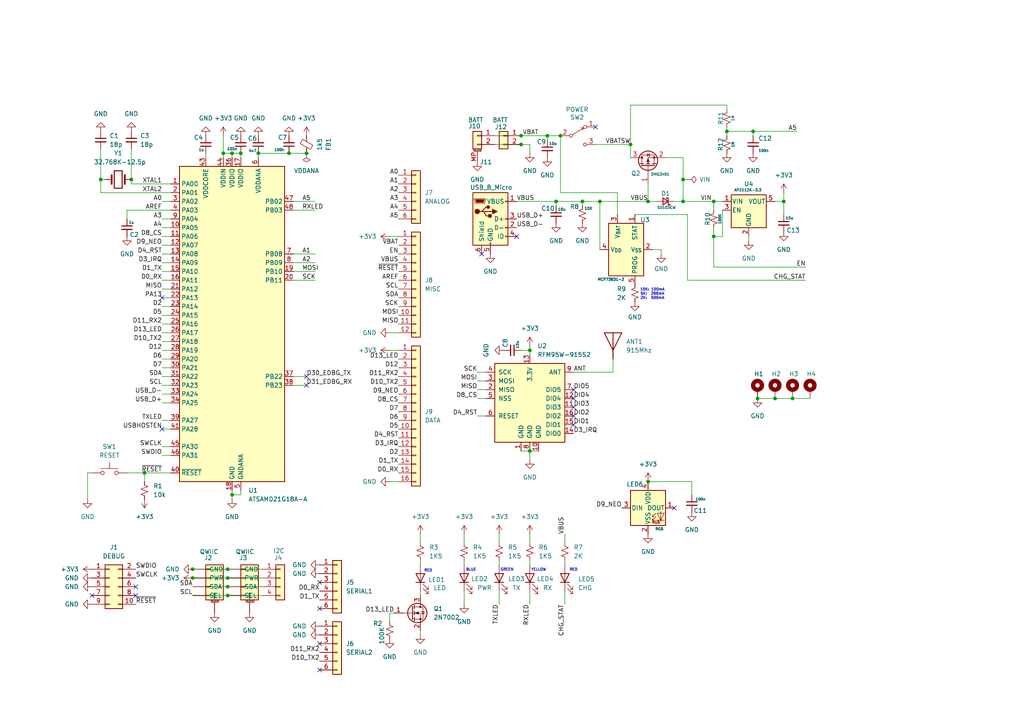
<source format=kicad_sch>
(kicad_sch (version 20231120) (generator "eeschema") (generator_version "8.0")
  (paper "A4")
  (title_block (title "Bicep - ARM development board") (date "2024-06-19") (rev "v1.0") (company "Rudy Albachten"))
  (lib_symbols
    (symbol "Battery_Management:MCP73831-2-OT"
      (property "Reference" "U" (at -7.62 6.35 0))
      (property "Value" "MCP73831-2-OT" (at 1.27 6.35 0))
      (symbol "MCP73831-2-OT_1_1"
        (pin tri_state line (at 10.16 -2.54 180) (length 2.54) (name "STAT") (number "1"))
        (pin power_in line (at 0 -7.62 90) (length 2.54) (name "V_{SS}") (number "2"))
        (pin power_out line (at 10.16 2.54 180) (length 2.54) (name "V_{BAT}") (number "3"))
        (pin power_in line (at 0 7.62 270) (length 2.54) (name "V_{DD}") (number "4"))
        (pin input line (at -10.16 -2.54 0) (length 2.54) (name "PROG") (number "5"))
      )
    )
    (symbol "Connector_Generic:Conn_01x02" (pin_names (offset 1.016) hide)
      (property "Reference" "J" (at 0 2.54 0))
      (property "Value" "Conn_01x02" (at 0 -5.08 0))
      (symbol "Conn_01x02_1_1"
        (pin passive line (at -5.08 0 0) (length 3.81) (name "Pin_1") (number "1"))
        (pin passive line (at -5.08 -2.54 0) (length 3.81) (name "Pin_2") (number "2"))
      )
    )
    (symbol "Connector_Generic:Conn_01x04" (pin_names (offset 1.016) hide)
      (property "Reference" "J" (at 0 5.08 0))
      (property "Value" "Conn_01x04" (at 0 -7.62 0))
      (symbol "Conn_01x04_1_1"
        (pin passive line (at -5.08 2.54 0) (length 3.81) (name "Pin_1") (number "1"))
        (pin passive line (at -5.08 0 0) (length 3.81) (name "Pin_2") (number "2"))
        (pin passive line (at -5.08 -2.54 0) (length 3.81) (name "Pin_3") (number "3"))
        (pin passive line (at -5.08 -5.08 0) (length 3.81) (name "Pin_4") (number "4"))
      )
    )
    (symbol "Connector_Generic:Conn_01x06" (pin_names (offset 1.016) hide)
      (property "Reference" "J" (at 0 7.62 0))
      (property "Value" "Conn_01x06" (at 0 -10.16 0))
      (symbol "Conn_01x06_1_1"
        (pin passive line (at -5.08 5.08 0) (length 3.81) (name "Pin_1") (number "1"))
        (pin passive line (at -5.08 2.54 0) (length 3.81) (name "Pin_2") (number "2"))
        (pin passive line (at -5.08 0 0) (length 3.81) (name "Pin_3") (number "3"))
        (pin passive line (at -5.08 -2.54 0) (length 3.81) (name "Pin_4") (number "4"))
        (pin passive line (at -5.08 -5.08 0) (length 3.81) (name "Pin_5") (number "5"))
        (pin passive line (at -5.08 -7.62 0) (length 3.81) (name "Pin_6") (number "6"))
      )
    )
    (symbol "Connector_Generic:Conn_01x12" (pin_names (offset 1.016) hide)
      (property "Reference" "J" (at 0 15.24 0))
      (property "Value" "Conn_01x12" (at 0 -17.78 0))
      (symbol "Conn_01x12_1_1"
        (pin passive line (at -5.08 12.7 0) (length 3.81) (name "Pin_1") (number "1"))
        (pin passive line (at -5.08 -10.16 0) (length 3.81) (name "Pin_10") (number "10"))
        (pin passive line (at -5.08 -12.7 0) (length 3.81) (name "Pin_11") (number "11"))
        (pin passive line (at -5.08 -15.24 0) (length 3.81) (name "Pin_12") (number "12"))
        (pin passive line (at -5.08 10.16 0) (length 3.81) (name "Pin_2") (number "2"))
        (pin passive line (at -5.08 7.62 0) (length 3.81) (name "Pin_3") (number "3"))
        (pin passive line (at -5.08 5.08 0) (length 3.81) (name "Pin_4") (number "4"))
        (pin passive line (at -5.08 2.54 0) (length 3.81) (name "Pin_5") (number "5"))
        (pin passive line (at -5.08 0 0) (length 3.81) (name "Pin_6") (number "6"))
        (pin passive line (at -5.08 -2.54 0) (length 3.81) (name "Pin_7") (number "7"))
        (pin passive line (at -5.08 -5.08 0) (length 3.81) (name "Pin_8") (number "8"))
        (pin passive line (at -5.08 -7.62 0) (length 3.81) (name "Pin_9") (number "9"))
      )
    )
    (symbol "Connector_Generic:Conn_01x16" (pin_names (offset 1.016) hide)
      (property "Reference" "J" (at 0 20.32 0))
      (property "Value" "Conn_01x16" (at 0 -22.86 0))
      (symbol "Conn_01x16_1_1"
        (pin passive line (at -5.08 17.78 0) (length 3.81) (name "Pin_1") (number "1"))
        (pin passive line (at -5.08 -5.08 0) (length 3.81) (name "Pin_10") (number "10"))
        (pin passive line (at -5.08 -7.62 0) (length 3.81) (name "Pin_11") (number "11"))
        (pin passive line (at -5.08 -10.16 0) (length 3.81) (name "Pin_12") (number "12"))
        (pin passive line (at -5.08 -12.7 0) (length 3.81) (name "Pin_13") (number "13"))
        (pin passive line (at -5.08 -15.24 0) (length 3.81) (name "Pin_14") (number "14"))
        (pin passive line (at -5.08 -17.78 0) (length 3.81) (name "Pin_15") (number "15"))
        (pin passive line (at -5.08 -20.32 0) (length 3.81) (name "Pin_16") (number "16"))
        (pin passive line (at -5.08 15.24 0) (length 3.81) (name "Pin_2") (number "2"))
        (pin passive line (at -5.08 12.7 0) (length 3.81) (name "Pin_3") (number "3"))
        (pin passive line (at -5.08 10.16 0) (length 3.81) (name "Pin_4") (number "4"))
        (pin passive line (at -5.08 7.62 0) (length 3.81) (name "Pin_5") (number "5"))
        (pin passive line (at -5.08 5.08 0) (length 3.81) (name "Pin_6") (number "6"))
        (pin passive line (at -5.08 2.54 0) (length 3.81) (name "Pin_7") (number "7"))
        (pin passive line (at -5.08 0 0) (length 3.81) (name "Pin_8") (number "8"))
        (pin passive line (at -5.08 -2.54 0) (length 3.81) (name "Pin_9") (number "9"))
      )
    )
    (symbol "Connector_Generic:Conn_02x05_Odd_Even" (pin_names (offset 1.016) hide)
      (property "Reference" "J" (at 1.27 7.62 0))
      (property "Value" "Conn_02x05_Odd_Even" (at 1.27 -7.62 0))
      (symbol "Conn_02x05_Odd_Even_1_1"
        (pin passive line (at -5.08 5.08 0) (length 3.81) (name "Pin_1") (number "1"))
        (pin passive line (at 7.62 -5.08 180) (length 3.81) (name "Pin_10") (number "10"))
        (pin passive line (at 7.62 5.08 180) (length 3.81) (name "Pin_2") (number "2"))
        (pin passive line (at -5.08 2.54 0) (length 3.81) (name "Pin_3") (number "3"))
        (pin passive line (at 7.62 2.54 180) (length 3.81) (name "Pin_4") (number "4"))
        (pin passive line (at -5.08 0 0) (length 3.81) (name "Pin_5") (number "5"))
        (pin passive line (at 7.62 0 180) (length 3.81) (name "Pin_6") (number "6"))
        (pin passive line (at -5.08 -2.54 0) (length 3.81) (name "Pin_7") (number "7"))
        (pin passive line (at 7.62 -2.54 180) (length 3.81) (name "Pin_8") (number "8"))
        (pin passive line (at -5.08 -5.08 0) (length 3.81) (name "Pin_9") (number "9"))
      )
    )
    (symbol "Device:C_Small" (pin_numbers hide) (pin_names (offset 0.254) hide)
      (property "Reference" "C" (at 0.254 1.778 0))
      (property "Value" "C_Small" (at 0.254 -2.032 0))
      (symbol "C_Small_1_1"
        (pin passive line (at 0 2.54 270) (length 2.032) (name "~") (number "1"))
        (pin passive line (at 0 -2.54 90) (length 2.032) (name "~") (number "2"))
      )
    )
    (symbol "Device:D_Schottky_Small" (pin_numbers hide) (pin_names (offset 0.254) hide)
      (property "Reference" "D" (at -1.27 2.032 0))
      (property "Value" "D_Schottky_Small" (at -7.112 -2.032 0))
      (symbol "D_Schottky_Small_1_1"
        (pin passive line (at -2.54 0 0) (length 1.778) (name "K") (number "1"))
        (pin passive line (at 2.54 0 180) (length 1.778) (name "A") (number "2"))
      )
    )
    (symbol "Device:FerriteBead_Small" (pin_numbers hide) (pin_names (offset 0))
      (property "Reference" "FB" (at 1.905 1.27 0))
      (property "Value" "FerriteBead_Small" (at 1.905 -1.27 0))
      (symbol "FerriteBead_Small_1_1"
        (pin passive line (at 0 2.54 270) (length 1.27) (name "~") (number "1"))
        (pin passive line (at 0 -2.54 90) (length 1.27) (name "~") (number "2"))
      )
    )
    (symbol "Device:LED" (pin_numbers hide) (pin_names (offset 1.016) hide)
      (property "Reference" "D" (at 0 2.54 0))
      (property "Value" "LED" (at 0 -2.54 0))
      (symbol "LED_1_1"
        (pin passive line (at -3.81 0 0) (length 2.54) (name "K") (number "1"))
        (pin passive line (at 3.81 0 180) (length 2.54) (name "A") (number "2"))
      )
    )
    (symbol "Device:R_Small_US" (pin_numbers hide) (pin_names (offset 0.254) hide)
      (property "Reference" "R" (at 0.762 0.508 0))
      (property "Value" "R_Small_US" (at 0.762 -1.016 0))
      (symbol "R_Small_US_1_1"
        (pin passive line (at 0 2.54 270) (length 1.016) (name "~") (number "1"))
        (pin passive line (at 0 -2.54 90) (length 1.016) (name "~") (number "2"))
      )
    )
    (symbol "MCU_Microchip_SAMD:ATSAMD21G18A-A"
      (property "Reference" "U" (at -13.97 46.99 0))
      (property "Value" "ATSAMD21G18A-A" (at 16.51 46.99 0))
      (symbol "ATSAMD21G18A-A_1_1"
        (pin bidirectional line (at -17.78 40.64 0) (length 2.54) (name "PA00") (number "1"))
        (pin bidirectional line (at -17.78 27.94 0) (length 2.54) (name "PA05") (number "10"))
        (pin bidirectional line (at -17.78 25.4 0) (length 2.54) (name "PA06") (number "11"))
        (pin bidirectional line (at -17.78 22.86 0) (length 2.54) (name "PA07") (number "12"))
        (pin bidirectional line (at -17.78 20.32 0) (length 2.54) (name "PA08") (number "13"))
        (pin bidirectional line (at -17.78 17.78 0) (length 2.54) (name "PA09") (number "14"))
        (pin bidirectional line (at -17.78 15.24 0) (length 2.54) (name "PA10") (number "15"))
        (pin bidirectional line (at -17.78 12.7 0) (length 2.54) (name "PA11") (number "16"))
        (pin power_in line (at 2.54 48.26 270) (length 2.54) (name "VDDIO") (number "17"))
        (pin power_in line (at 0 -48.26 90) (length 2.54) (name "GND") (number "18"))
        (pin bidirectional line (at 17.78 15.24 180) (length 2.54) (name "PB10") (number "19"))
        (pin bidirectional line (at -17.78 38.1 0) (length 2.54) (name "PA01") (number "2"))
        (pin bidirectional line (at 17.78 12.7 180) (length 2.54) (name "PB11") (number "20"))
        (pin bidirectional line (at -17.78 10.16 0) (length 2.54) (name "PA12") (number "21"))
        (pin bidirectional line (at -17.78 7.62 0) (length 2.54) (name "PA13") (number "22"))
        (pin bidirectional line (at -17.78 5.08 0) (length 2.54) (name "PA14") (number "23"))
        (pin bidirectional line (at -17.78 2.54 0) (length 2.54) (name "PA15") (number "24"))
        (pin bidirectional line (at -17.78 0 0) (length 2.54) (name "PA16") (number "25"))
        (pin bidirectional line (at -17.78 -2.54 0) (length 2.54) (name "PA17") (number "26"))
        (pin bidirectional line (at -17.78 -5.08 0) (length 2.54) (name "PA18") (number "27"))
        (pin bidirectional line (at -17.78 -7.62 0) (length 2.54) (name "PA19") (number "28"))
        (pin bidirectional line (at -17.78 -10.16 0) (length 2.54) (name "PA20") (number "29"))
        (pin bidirectional line (at -17.78 35.56 0) (length 2.54) (name "PA02") (number "3"))
        (pin bidirectional line (at -17.78 -12.7 0) (length 2.54) (name "PA21") (number "30"))
        (pin bidirectional line (at -17.78 -15.24 0) (length 2.54) (name "PA22") (number "31"))
        (pin bidirectional line (at -17.78 -17.78 0) (length 2.54) (name "PA23") (number "32"))
        (pin bidirectional line (at -17.78 -20.32 0) (length 2.54) (name "PA24") (number "33"))
        (pin bidirectional line (at -17.78 -22.86 0) (length 2.54) (name "PA25") (number "34"))
        (pin passive line (at 0 -48.26 90) (length 2.54) hide (name "GND") (number "35"))
        (pin power_in line (at 0 48.26 270) (length 2.54) (name "VDDIO") (number "36"))
        (pin bidirectional line (at 17.78 -15.24 180) (length 2.54) (name "PB22") (number "37"))
        (pin bidirectional line (at 17.78 -17.78 180) (length 2.54) (name "PB23") (number "38"))
        (pin bidirectional line (at -17.78 -27.94 0) (length 2.54) (name "PA27") (number "39"))
        (pin bidirectional line (at -17.78 33.02 0) (length 2.54) (name "PA03") (number "4"))
        (pin input line (at -17.78 -43.18 0) (length 2.54) (name "~{RESET}") (number "40"))
        (pin bidirectional line (at -17.78 -30.48 0) (length 2.54) (name "PA28") (number "41"))
        (pin passive line (at 0 -48.26 90) (length 2.54) hide (name "GND") (number "42"))
        (pin power_out line (at -7.62 48.26 270) (length 2.54) (name "VDDCORE") (number "43"))
        (pin power_in line (at -2.54 48.26 270) (length 2.54) (name "VDDIN") (number "44"))
        (pin bidirectional line (at -17.78 -35.56 0) (length 2.54) (name "PA30") (number "45"))
        (pin bidirectional line (at -17.78 -38.1 0) (length 2.54) (name "PA31") (number "46"))
        (pin bidirectional line (at 17.78 35.56 180) (length 2.54) (name "PB02") (number "47"))
        (pin bidirectional line (at 17.78 33.02 180) (length 2.54) (name "PB03") (number "48"))
        (pin power_in line (at 2.54 -48.26 90) (length 2.54) (name "GNDANA") (number "5"))
        (pin power_in line (at 7.62 48.26 270) (length 2.54) (name "VDDANA") (number "6"))
        (pin bidirectional line (at 17.78 20.32 180) (length 2.54) (name "PB08") (number "7"))
        (pin bidirectional line (at 17.78 17.78 180) (length 2.54) (name "PB09") (number "8"))
        (pin bidirectional line (at -17.78 30.48 0) (length 2.54) (name "PA04") (number "9"))
      )
    )
    (symbol "Mechanical:MountingHole_Pad" (pin_numbers hide) (pin_names (offset 1.016) hide) (exclude_from_sim yes) (in_bom no)
      (property "Reference" "H" (at 0 6.35 0))
      (property "Value" "MountingHole_Pad" (at 0 4.445 0))
      (symbol "MountingHole_Pad_1_1"
        (pin input line (at 0 -2.54 90) (length 2.54) (name "1") (number "1"))
      )
    )
    (symbol "MyLib:Antenna915MhzPCBCoil" (pin_numbers hide) (pin_names (offset 1.016) hide)
      (property "Reference" "ANT" (at 0.0348 5.5918 0))
      (property "Value" "915Mhz" (at 3.81 3.81 0))
      (symbol "Antenna915MhzPCBCoil_1_1"
        (pin input line (at 0 -5.08 90) (length 2.54) (name "A") (number "1"))
      )
    )
    (symbol "MyLib:Crystal_SMD_G8" (pin_numbers hide) (pin_names (offset 1.016) hide)
      (property "Reference" "Y" (at 0 3.81 0))
      (property "Value" "Crystal_SMD_G8" (at 0 -3.81 0))
      (symbol "Crystal_SMD_G8_1_1"
        (pin passive line (at -3.81 0 0) (length 1.27) (name "1") (number "1"))
        (pin passive line (at 3.81 0 180) (length 1.27) (name "2") (number "2"))
      )
    )
    (symbol "MyLib:EG1218_SPDT_Slide_Switch" (pin_names (offset 0) hide)
      (property "Reference" "SW" (at 0 5.08 0))
      (property "Value" "EG1218_SPDT_Slide_Switch" (at 0 -5.08 0))
      (symbol "EG1218_SPDT_Slide_Switch_1_1"
        (pin passive line (at 5.08 2.54 180) (length 2.54) (name "A") (number "1"))
        (pin passive line (at -5.08 0 0) (length 2.54) (name "B") (number "2"))
        (pin passive line (at 5.08 -2.54 180) (length 2.54) (name "C") (number "3"))
      )
    )
    (symbol "MyLib:JST_PH_S2B-PH-SM4-TB" (pin_names (offset 1.016) hide)
      (property "Reference" "J" (at 0 2.54 0))
      (property "Value" "JST_PH_S2B-PH-SM4-TB" (at 1.27 -5.08 0))
      (symbol "JST_PH_S2B-PH-SM4-TB_1_1"
        (text "Mounting" (at 0 -4.191 0) (effects (font (size 0.381 0.381))))
        (pin passive line (at -5.08 0 0) (length 3.81) (name "Pin_1") (number "1"))
        (pin passive line (at -5.08 -2.54 0) (length 3.81) (name "Pin_2") (number "2"))
        (pin passive line (at 0 -7.62 90) (length 3.048) (name "MountPin") (number "MP"))
      )
    )
    (symbol "MyLib:QWIIC" (pin_numbers hide) (pin_names (offset 1.016))
      (property "Reference" "J" (at 0 5.08 0))
      (property "Value" "QWIIC" (at 1.27 -7.62 0))
      (symbol "QWIIC_1_1"
        (text "Mounting" (at 1.3691 -6.7039 0) (effects (font (size 0.381 0.381))))
        (pin passive line (at -5.08 2.54 0) (length 3.81) (name "GND") (number "1"))
        (pin passive line (at -5.08 0 0) (length 3.81) (name "PWR") (number "2"))
        (pin passive line (at -5.08 -2.54 0) (length 3.81) (name "SDA") (number "3"))
        (pin passive line (at -5.08 -5.08 0) (length 3.81) (name "SCL") (number "4"))
        (pin passive line (at 1.27 -10.16 90) (length 3.048) (name "MountPin") (number "MP"))
      )
    )
    (symbol "MyLib:RFM95CW" (pin_names (offset 1.016))
      (property "Reference" "U" (at -10.414 11.684 0))
      (property "Value" "RFM95CW" (at 1.524 11.43 0))
      (symbol "RFM95CW_1_1"
        (pin power_in line (at -2.54 -15.24 90) (length 2.54) (name "GND") (number "1"))
        (pin power_in line (at 2.54 -15.24 90) (length 2.54) (name "GND") (number "10"))
        (pin bidirectional line (at 12.7 -2.54 180) (length 2.54) (name "DIO3") (number "11"))
        (pin bidirectional line (at 12.7 0 180) (length 2.54) (name "DIO4") (number "12"))
        (pin power_in line (at 0 12.7 270) (length 2.54) (name "3.3V") (number "13"))
        (pin bidirectional line (at 12.7 -10.16 180) (length 2.54) (name "DIO0") (number "14"))
        (pin bidirectional line (at 12.7 -7.62 180) (length 2.54) (name "DIO1") (number "15"))
        (pin bidirectional line (at 12.7 -5.08 180) (length 2.54) (name "DIO2") (number "16"))
        (pin output line (at -12.7 2.54 0) (length 2.54) (name "MISO") (number "2"))
        (pin input line (at -12.7 5.08 0) (length 2.54) (name "MOSI") (number "3"))
        (pin input line (at -12.7 7.62 0) (length 2.54) (name "SCK") (number "4"))
        (pin input line (at -12.7 0 0) (length 2.54) (name "NSS") (number "5"))
        (pin bidirectional line (at -12.7 -5.08 0) (length 2.54) (name "RESET") (number "6"))
        (pin bidirectional line (at 12.7 2.54 180) (length 2.54) (name "DIO5") (number "7"))
        (pin power_in line (at 0 -15.24 90) (length 2.54) (name "GND") (number "8"))
        (pin bidirectional line (at 12.7 7.62 180) (length 2.54) (name "ANT") (number "9"))
      )
    )
    (symbol "MyLib:TL3305B_SPST_PushButton" (pin_numbers hide) (pin_names (offset 1.016) hide)
      (property "Reference" "SW" (at 1.27 2.54 0))
      (property "Value" "TL3305B_SPST_PushButton" (at 1.27 -6.35 0))
      (symbol "TL3305B_SPST_PushButton_0_1"
        (pin passive line (at -5.08 0 0) (length 2.54) (name "1") (number "1"))
        (pin passive line (at 5.08 0 180) (length 2.54) (name "2") (number "2"))
      )
    )
    (symbol "MyLib:USB_B_Micro_10118194" (pin_names (offset 1.016))
      (property "Reference" "J" (at -5.08 11.43 0))
      (property "Value" "USB_B_Micro" (at -5.08 8.89 0))
      (symbol "USB_B_Micro_10118194_1_1"
        (pin power_out line (at 7.62 5.08 180) (length 2.54) (name "VBUS") (number "1"))
        (pin bidirectional line (at 7.62 -2.54 180) (length 2.54) (name "D-") (number "2"))
        (pin bidirectional line (at 7.62 0 180) (length 2.54) (name "D+") (number "3"))
        (pin passive line (at 7.62 -5.08 180) (length 2.54) (name "ID") (number "4"))
        (pin power_out line (at 0 -10.16 90) (length 2.54) (name "GND") (number "5"))
        (pin passive line (at -2.54 -10.16 90) (length 2.54) (name "Shield") (number "6"))
      )
    )
    (symbol "MyLib:neopixel_WS2812B" (pin_names (offset 0.254))
      (property "Reference" "D" (at 5.08 5.715 0))
      (property "Value" "neopixel_WS2812B" (at 1.27 -5.715 0))
      (symbol "neopixel_WS2812B_0_0"
        (text "RGB" (at 2.286 -4.191 0) (effects (font (size 0.762 0.762))))
      )
      (symbol "neopixel_WS2812B_1_1"
        (pin output line (at 7.62 0 180) (length 2.54) (name "DOUT") (number "1"))
        (pin power_in line (at 0 -7.62 90) (length 2.54) (name "VSS") (number "2"))
        (pin input line (at -7.62 0 0) (length 2.54) (name "DIN") (number "3"))
        (pin power_in line (at 0 7.62 270) (length 2.54) (name "VDD") (number "4"))
      )
    )
    (symbol "Regulator_Linear:AP2112K-3.3" (pin_names (offset 0.254))
      (property "Reference" "U" (at -5.08 5.715 0))
      (property "Value" "AP2112K-3.3" (at 0 5.715 0))
      (symbol "AP2112K-3.3_1_1"
        (pin power_in line (at -7.62 2.54 0) (length 2.54) (name "VIN") (number "1"))
        (pin power_in line (at 0 -7.62 90) (length 2.54) (name "GND") (number "2"))
        (pin input line (at -7.62 0 0) (length 2.54) (name "EN") (number "3"))
        (pin no_connect line (at 5.08 0 180) (length 2.54) hide (name "NC") (number "4"))
        (pin power_out line (at 7.62 2.54 180) (length 2.54) (name "VOUT") (number "5"))
      )
    )
    (symbol "Transistor_FET:2N7002" (pin_names hide)
      (property "Reference" "Q" (at 5.08 1.905 0))
      (property "Value" "2N7002" (at 5.08 0 0))
      (symbol "2N7002_1_1"
        (pin input line (at -5.08 0 0) (length 2.54) (name "G") (number "1"))
        (pin passive line (at 2.54 -5.08 90) (length 2.54) (name "S") (number "2"))
        (pin passive line (at 2.54 5.08 270) (length 2.54) (name "D") (number "3"))
      )
    )
    (symbol "Transistor_FET:DMG2301L" (pin_names hide)
      (property "Reference" "Q" (at 5.08 1.905 0))
      (property "Value" "DMG2301L" (at 5.08 0 0))
      (symbol "DMG2301L_1_1"
        (pin input line (at -5.08 0 0) (length 2.54) (name "G") (number "1"))
        (pin passive line (at 2.54 -5.08 90) (length 2.54) (name "S") (number "2"))
        (pin passive line (at 2.54 5.08 270) (length 2.54) (name "D") (number "3"))
      )
    )
    (symbol "power:+3V3" (power) (pin_numbers hide) (pin_names (offset 0) hide)
      (property "Value" "+3V3" (at 0 3.556 0))
      (symbol "+3V3_1_1"
        (pin power_in line (at 0 0 90) (length 0) (name "~") (number "1"))
      )
    )
    (symbol "power:GND" (power) (pin_numbers hide) (pin_names (offset 0) hide)
      (property "Value" "GND" (at 0 -3.81 0))
      (symbol "GND_1_1"
        (pin power_in line (at 0 0 270) (length 0) (name "~") (number "1"))
      )
    )
    (symbol "power:PWR_FLAG" (power) (pin_numbers hide) (pin_names (offset 0) hide)
      (property "Value" "PWR_FLAG" (at 0 3.81 0))
      (symbol "PWR_FLAG_0_0"
        (pin power_out line (at 0 0 90) (length 0) (name "~") (number "1"))
      )
    )
  )
  (junction (at 66.04 165.1))
  (junction (at 55.88 167.64))
  (junction (at 153.67 130.81))
  (junction (at 66.04 170.18))
  (junction (at 218.44 38.1))
  (junction (at 162.56 39.37))
  (junction (at 41.91 137.16))
  (junction (at 88.9 44.45))
  (junction (at 161.29 58.42))
  (junction (at 207.01 68.58))
  (junction (at 83.82 44.45))
  (junction (at 74.93 44.45))
  (junction (at 55.88 165.1))
  (junction (at 219.71 115.57))
  (junction (at 158.75 39.37))
  (junction (at 224.79 115.57))
  (junction (at 227.33 58.42))
  (junction (at 207.01 58.42))
  (junction (at 187.96 58.42))
  (junction (at 66.04 172.72))
  (junction (at 69.85 44.45))
  (junction (at 153.67 101.6))
  (junction (at 198.12 58.42))
  (junction (at 229.87 115.57))
  (junction (at 29.21 52.07))
  (junction (at 173.99 58.42))
  (junction (at 67.31 143.51))
  (junction (at 151.13 41.91))
  (junction (at 151.13 39.37))
  (junction (at 67.31 44.45))
  (junction (at 187.96 139.7))
  (junction (at 64.77 44.45))
  (junction (at 210.82 38.1))
  (junction (at 66.04 167.64))
  (junction (at 182.88 41.91))
  (junction (at 168.91 58.42))
  (junction (at 198.12 52.07))
  (junction (at 38.1 52.07))
  (no_connect (at 166.37 113.03))
  (no_connect (at 92.71 168.91))
  (no_connect (at 166.37 123.19))
  (no_connect (at 46.99 86.36))
  (no_connect (at 88.9 111.76))
  (no_connect (at 92.71 194.31))
  (no_connect (at 39.37 170.18))
  (no_connect (at 88.9 109.22))
  (no_connect (at 92.71 186.69))
  (no_connect (at 39.37 172.72))
  (no_connect (at 26.67 172.72))
  (no_connect (at 139.7 73.66))
  (no_connect (at 172.72 36.83))
  (no_connect (at 166.37 120.65))
  (no_connect (at 166.37 115.57))
  (no_connect (at 92.71 176.53))
  (no_connect (at 166.37 118.11))
  (no_connect (at 46.99 124.46))
  (no_connect (at 195.58 147.32))
  (no_connect (at 149.86 68.58))
  (wire (pts (xy 46.99 109.22) (xy 49.53 109.22)))
  (wire (pts (xy 138.43 113.03) (xy 140.97 113.03)))
  (wire (pts (xy 66.04 167.64) (xy 76.2 167.64)))
  (wire (pts (xy 113.03 96.52) (xy 115.57 96.52)))
  (wire (pts (xy 134.62 171.45) (xy 134.62 175.26)))
  (wire (pts (xy 41.91 139.7) (xy 41.91 137.16)))
  (wire (pts (xy 36.83 63.5) (xy 36.83 60.96)))
  (wire (pts (xy 149.86 58.42) (xy 161.29 58.42)))
  (wire (pts (xy 151.13 101.6) (xy 153.67 101.6)))
  (wire (pts (xy 85.09 73.66) (xy 91.44 73.66)))
  (wire (pts (xy 69.85 143.51) (xy 69.85 142.24)))
  (wire (pts (xy 64.77 44.45) (xy 67.31 44.45)))
  (wire (pts (xy 158.75 39.37) (xy 158.75 40.64)))
  (wire (pts (xy 207.01 58.42) (xy 207.01 60.96)))
  (wire (pts (xy 46.99 66.04) (xy 49.53 66.04)))
  (wire (pts (xy 38.1 43.18) (xy 38.1 52.07)))
  (wire (pts (xy 217.17 68.58) (xy 217.17 69.85)))
  (wire (pts (xy 46.99 101.6) (xy 49.53 101.6)))
  (wire (pts (xy 46.99 76.2) (xy 49.53 76.2)))
  (wire (pts (xy 113.03 177.8) (xy 114.3 177.8)))
  (wire (pts (xy 36.83 60.96) (xy 49.53 60.96)))
  (wire (pts (xy 64.77 39.37) (xy 64.77 44.45)))
  (wire (pts (xy 113.03 101.6) (xy 115.57 101.6)))
  (wire (pts (xy 153.67 154.94) (xy 153.67 157.48)))
  (wire (pts (xy 182.88 41.91) (xy 182.88 45.72)))
  (wire (pts (xy 200.66 143.51) (xy 200.66 139.7)))
  (wire (pts (xy 41.91 137.16) (xy 49.53 137.16)))
  (wire (pts (xy 67.31 143.51) (xy 69.85 143.51)))
  (wire (pts (xy 163.83 154.94) (xy 163.83 157.48)))
  (wire (pts (xy 163.83 162.56) (xy 163.83 163.83)))
  (wire (pts (xy 25.4 137.16) (xy 25.4 144.78)))
  (wire (pts (xy 161.29 58.42) (xy 161.29 59.69)))
  (wire (pts (xy 168.91 58.42) (xy 173.99 58.42)))
  (wire (pts (xy 134.62 162.56) (xy 134.62 163.83)))
  (wire (pts (xy 153.67 100.33) (xy 153.67 101.6)))
  (wire (pts (xy 85.09 60.96) (xy 91.44 60.96)))
  (wire (pts (xy 166.37 107.95) (xy 177.8 107.95)))
  (wire (pts (xy 66.04 170.18) (xy 76.2 170.18)))
  (wire (pts (xy 46.99 71.12) (xy 49.53 71.12)))
  (wire (pts (xy 46.99 116.84) (xy 49.53 116.84)))
  (wire (pts (xy 46.99 86.36) (xy 49.53 86.36)))
  (wire (pts (xy 219.71 115.57) (xy 224.79 115.57)))
  (wire (pts (xy 224.79 115.57) (xy 229.87 115.57)))
  (wire (pts (xy 55.88 165.1) (xy 66.04 165.1)))
  (wire (pts (xy 46.99 81.28) (xy 49.53 81.28)))
  (wire (pts (xy 55.88 172.72) (xy 66.04 172.72)))
  (wire (pts (xy 168.91 58.42) (xy 168.91 59.69)))
  (wire (pts (xy 144.78 171.45) (xy 144.78 175.26)))
  (wire (pts (xy 151.13 130.81) (xy 153.67 130.81)))
  (wire (pts (xy 66.04 165.1) (xy 76.2 165.1)))
  (wire (pts (xy 46.99 68.58) (xy 49.53 68.58)))
  (wire (pts (xy 177.8 107.95) (xy 177.8 104.14)))
  (wire (pts (xy 46.99 104.14) (xy 49.53 104.14)))
  (wire (pts (xy 138.43 115.57) (xy 140.97 115.57)))
  (wire (pts (xy 210.82 30.48) (xy 182.88 30.48)))
  (wire (pts (xy 29.21 52.07) (xy 30.48 52.07)))
  (wire (pts (xy 121.92 162.56) (xy 121.92 163.83)))
  (wire (pts (xy 153.67 101.6) (xy 153.67 102.87)))
  (wire (pts (xy 113.03 180.34) (xy 113.03 177.8)))
  (wire (pts (xy 218.44 38.1) (xy 231.14 38.1)))
  (wire (pts (xy 153.67 41.91) (xy 151.13 41.91)))
  (wire (pts (xy 46.99 121.92) (xy 49.53 121.92)))
  (wire (pts (xy 88.9 109.22) (xy 85.09 109.22)))
  (wire (pts (xy 46.99 111.76) (xy 49.53 111.76)))
  (wire (pts (xy 187.96 58.42) (xy 187.96 53.34)))
  (wire (pts (xy 46.99 91.44) (xy 49.53 91.44)))
  (wire (pts (xy 198.12 52.07) (xy 199.39 52.07)))
  (wire (pts (xy 193.04 45.72) (xy 198.12 45.72)))
  (wire (pts (xy 46.99 106.68) (xy 49.53 106.68)))
  (wire (pts (xy 46.99 129.54) (xy 49.53 129.54)))
  (wire (pts (xy 207.01 58.42) (xy 209.55 58.42)))
  (wire (pts (xy 173.99 58.42) (xy 187.96 58.42)))
  (wire (pts (xy 153.67 162.56) (xy 153.67 163.83)))
  (wire (pts (xy 85.09 81.28) (xy 91.44 81.28)))
  (wire (pts (xy 210.82 30.48) (xy 210.82 31.75)))
  (wire (pts (xy 46.99 124.46) (xy 49.53 124.46)))
  (wire (pts (xy 46.99 88.9) (xy 49.53 88.9)))
  (wire (pts (xy 67.31 144.78) (xy 67.31 143.51)))
  (wire (pts (xy 36.83 137.16) (xy 41.91 137.16)))
  (wire (pts (xy 227.33 55.88) (xy 227.33 58.42)))
  (wire (pts (xy 158.75 39.37) (xy 162.56 39.37)))
  (wire (pts (xy 85.09 58.42) (xy 91.44 58.42)))
  (wire (pts (xy 207.01 77.47) (xy 233.68 77.47)))
  (wire (pts (xy 134.62 154.94) (xy 134.62 157.48)))
  (wire (pts (xy 46.99 58.42) (xy 49.53 58.42)))
  (wire (pts (xy 153.67 41.91) (xy 153.67 44.45)))
  (wire (pts (xy 88.9 111.76) (xy 85.09 111.76)))
  (wire (pts (xy 144.78 154.94) (xy 144.78 157.48)))
  (wire (pts (xy 69.85 44.45) (xy 69.85 45.72)))
  (wire (pts (xy 162.56 55.88) (xy 162.56 39.37)))
  (wire (pts (xy 200.66 139.7) (xy 187.96 139.7)))
  (wire (pts (xy 67.31 142.24) (xy 67.31 143.51)))
  (wire (pts (xy 26.67 137.16) (xy 25.4 137.16)))
  (wire (pts (xy 179.07 62.23) (xy 179.07 55.88)))
  (wire (pts (xy 151.13 39.37) (xy 158.75 39.37)))
  (wire (pts (xy 210.82 38.1) (xy 218.44 38.1)))
  (wire (pts (xy 143.51 41.91) (xy 151.13 41.91)))
  (wire (pts (xy 191.77 73.66) (xy 191.77 72.39)))
  (wire (pts (xy 46.99 96.52) (xy 49.53 96.52)))
  (wire (pts (xy 46.99 73.66) (xy 49.53 73.66)))
  (wire (pts (xy 198.12 52.07) (xy 198.12 58.42)))
  (wire (pts (xy 67.31 44.45) (xy 69.85 44.45)))
  (wire (pts (xy 199.39 81.28) (xy 233.68 81.28)))
  (wire (pts (xy 191.77 72.39) (xy 189.23 72.39)))
  (wire (pts (xy 210.82 36.83) (xy 210.82 38.1)))
  (wire (pts (xy 55.88 170.18) (xy 66.04 170.18)))
  (wire (pts (xy 46.99 78.74) (xy 49.53 78.74)))
  (wire (pts (xy 198.12 45.72) (xy 198.12 52.07)))
  (wire (pts (xy 74.93 44.45) (xy 74.93 45.72)))
  (wire (pts (xy 161.29 58.42) (xy 168.91 58.42)))
  (wire (pts (xy 182.88 30.48) (xy 182.88 41.91)))
  (wire (pts (xy 227.33 58.42) (xy 224.79 58.42)))
  (wire (pts (xy 138.43 110.49) (xy 140.97 110.49)))
  (wire (pts (xy 46.99 99.06) (xy 49.53 99.06)))
  (wire (pts (xy 227.33 58.42) (xy 227.33 62.23)))
  (wire (pts (xy 172.72 41.91) (xy 182.88 41.91)))
  (wire (pts (xy 184.15 62.23) (xy 199.39 62.23)))
  (wire (pts (xy 229.87 115.57) (xy 234.95 115.57)))
  (wire (pts (xy 198.12 58.42) (xy 207.01 58.42)))
  (wire (pts (xy 144.78 162.56) (xy 144.78 163.83)))
  (wire (pts (xy 55.88 167.64) (xy 66.04 167.64)))
  (wire (pts (xy 138.43 107.95) (xy 140.97 107.95)))
  (wire (pts (xy 59.69 44.45) (xy 59.69 45.72)))
  (wire (pts (xy 85.09 78.74) (xy 91.44 78.74)))
  (wire (pts (xy 113.03 139.7) (xy 115.57 139.7)))
  (wire (pts (xy 46.99 132.08) (xy 49.53 132.08)))
  (wire (pts (xy 121.92 171.45) (xy 121.92 172.72)))
  (wire (pts (xy 153.67 130.81) (xy 153.67 133.35)))
  (wire (pts (xy 83.82 44.45) (xy 88.9 44.45)))
  (wire (pts (xy 187.96 58.42) (xy 190.5 58.42)))
  (wire (pts (xy 207.01 68.58) (xy 207.01 77.47)))
  (wire (pts (xy 46.99 93.98) (xy 49.53 93.98)))
  (wire (pts (xy 46.99 63.5) (xy 49.53 63.5)))
  (wire (pts (xy 46.99 83.82) (xy 49.53 83.82)))
  (wire (pts (xy 153.67 171.45) (xy 153.67 175.26)))
  (wire (pts (xy 138.43 120.65) (xy 140.97 120.65)))
  (wire (pts (xy 207.01 66.04) (xy 207.01 68.58)))
  (wire (pts (xy 29.21 55.88) (xy 29.21 52.07)))
  (wire (pts (xy 29.21 43.18) (xy 29.21 52.07)))
  (wire (pts (xy 173.99 58.42) (xy 173.99 72.39)))
  (wire (pts (xy 207.01 68.58) (xy 209.55 68.58)))
  (wire (pts (xy 218.44 38.1) (xy 218.44 39.37)))
  (wire (pts (xy 85.09 76.2) (xy 91.44 76.2)))
  (wire (pts (xy 143.51 39.37) (xy 151.13 39.37)))
  (wire (pts (xy 121.92 182.88) (xy 121.92 184.15)))
  (wire (pts (xy 38.1 53.34) (xy 38.1 52.07)))
  (wire (pts (xy 67.31 45.72) (xy 67.31 44.45)))
  (wire (pts (xy 179.07 55.88) (xy 162.56 55.88)))
  (wire (pts (xy 64.77 44.45) (xy 64.77 45.72)))
  (wire (pts (xy 29.21 55.88) (xy 49.53 55.88)))
  (wire (pts (xy 66.04 172.72) (xy 76.2 172.72)))
  (wire (pts (xy 113.03 68.58) (xy 115.57 68.58)))
  (wire (pts (xy 209.55 60.96) (xy 209.55 68.58)))
  (wire (pts (xy 46.99 114.3) (xy 49.53 114.3)))
  (wire (pts (xy 163.83 171.45) (xy 163.83 175.26)))
  (wire (pts (xy 153.67 130.81) (xy 156.21 130.81)))
  (wire (pts (xy 121.92 154.94) (xy 121.92 157.48)))
  (wire (pts (xy 210.82 38.1) (xy 210.82 39.37)))
  (wire (pts (xy 74.93 44.45) (xy 83.82 44.45)))
  (wire (pts (xy 199.39 62.23) (xy 199.39 81.28)))
  (wire (pts (xy 38.1 53.34) (xy 49.53 53.34)))
  (wire (pts (xy 198.12 58.42) (xy 195.58 58.42)))
  (text "BLUE" (at 136.652 165.354 0) (effects (font (size 0.762 0.762))))
  (text "GREEN" (at 147.066 165.354 0) (effects (font (size 0.762 0.762))))
  (text "YELLOW" (at 156.21 165.354 0) (effects (font (size 0.762 0.762))))
  (text "10K: 100mA\n5K:  200mA\n2K:  500mA" (at 189.23 85.344 0) (effects (font (size 0.762 0.762))))
  (text "RED" (at 124.206 165.608 0) (effects (font (size 0.762 0.762))))
  (text "RED" (at 166.37 165.354 0) (effects (font (size 0.762 0.762))))
  (label "USB_D+" (at 46.99 116.84 180))
  (label "DIO4" (at 166.37 115.57 0))
  (label "~{RESET}" (at 39.37 175.26 0))
  (label "D0_RX" (at 92.71 171.45 180))
  (label "A0" (at 46.99 58.42 180))
  (label "A4" (at 46.99 66.04 180))
  (label "D4_RST" (at 138.43 120.65 180))
  (label "D3_IRQ" (at 46.99 76.2 180))
  (label "CHG_STAT" (at 233.68 81.28 180))
  (label "DIO2" (at 166.37 120.65 0))
  (label "D13_LED" (at 114.3 177.8 180))
  (label "A1" (at 115.57 53.34 180))
  (label "VBATSW" (at 182.88 41.91 180))
  (label "D9_NEO" (at 180.34 147.32 180))
  (label "TXLED" (at 144.78 175.26 270))
  (label "MISO" (at 138.43 113.03 180))
  (label "D8_CS" (at 115.57 116.84 180))
  (label "D30_EDBG_TX" (at 88.9 109.22 0))
  (label "SWDIO" (at 39.37 165.1 0))
  (label "RXLED" (at 87.63 60.96 0))
  (label "MISO" (at 46.99 83.82 180))
  (label "D0_RX" (at 115.57 137.16 180))
  (label "VBAT" (at 115.57 71.12 180))
  (label "SCK" (at 115.57 88.9 180))
  (label "RXLED" (at 153.67 175.26 270))
  (label "A3" (at 46.99 63.5 180))
  (label "TXLED" (at 46.99 121.92 180))
  (label "VBUS" (at 187.96 58.42 180))
  (label "D7" (at 46.99 106.68 180))
  (label "A0" (at 115.57 50.8 180))
  (label "~{RESET}" (at 46.99 137.16 180))
  (label "EN" (at 115.57 73.66 180))
  (label "D5" (at 46.99 91.44 180))
  (label "A5" (at 115.57 63.5 180))
  (label "SDA" (at 115.57 86.36 180))
  (label "MOSI" (at 115.57 91.44 180))
  (label "D11_RX2" (at 46.99 93.98 180))
  (label "USB_D-" (at 149.86 66.04 0))
  (label "D6" (at 115.57 121.92 180))
  (label "A5" (at 231.14 38.1 180))
  (label "ANT" (at 166.37 107.95 0))
  (label "D2" (at 46.99 88.9 180))
  (label "D6" (at 46.99 104.14 180))
  (label "USBHOSTEN" (at 46.99 124.46 180))
  (label "A2" (at 87.63 76.2 0))
  (label "MISO" (at 115.57 93.98 180))
  (label "SCL" (at 55.88 172.72 180))
  (label "VBAT" (at 156.21 39.37 180))
  (label "SDA" (at 46.99 109.22 180))
  (label "VBUS" (at 115.57 76.2 180))
  (label "CHG_STAT" (at 163.83 175.26 270))
  (label "~{RESET}" (at 115.57 78.74 180))
  (label "D13_LED" (at 115.57 104.14 180))
  (label "D10_TX2" (at 46.99 99.06 180))
  (label "SCK" (at 138.43 107.95 180))
  (label "A2" (at 115.57 55.88 180))
  (label "VBUS" (at 149.86 58.42 0))
  (label "D1_TX" (at 115.57 134.62 180))
  (label "D13_LED" (at 46.99 96.52 180))
  (label "SCL" (at 46.99 111.76 180))
  (label "A4" (at 115.57 60.96 180))
  (label "SCL" (at 115.57 83.82 180))
  (label "PA13" (at 46.99 86.36 180))
  (label "D8_CS" (at 46.99 68.58 180))
  (label "AREF" (at 46.99 60.96 180))
  (label "D5" (at 115.57 124.46 180))
  (label "D0_RX" (at 46.99 81.28 180))
  (label "XTAL2" (at 46.99 55.88 180))
  (label "DIO3" (at 166.37 118.11 0))
  (label "D11_RX2" (at 115.57 109.22 180))
  (label "SWDIO" (at 46.99 132.08 180))
  (label "EN" (at 233.68 77.47 180))
  (label "SCK" (at 87.63 81.28 0))
  (label "MOSI" (at 138.43 110.49 180))
  (label "VBUS" (at 163.83 154.94 90))
  (label "VIN" (at 203.2 58.42 0))
  (label "D12" (at 46.99 101.6 180))
  (label "D31_EDBG_RX" (at 88.9 111.76 0))
  (label "SDA" (at 55.88 170.18 180))
  (label "MOSI" (at 87.63 78.74 0))
  (label "D4_RST" (at 115.57 127 180))
  (label "D8_CS" (at 138.43 115.57 180))
  (label "D9_NEO" (at 46.99 71.12 180))
  (label "D1_TX" (at 46.99 78.74 180))
  (label "D3_IRQ" (at 115.57 129.54 180))
  (label "D7" (at 115.57 119.38 180))
  (label "D2" (at 115.57 132.08 180))
  (label "USB_D+" (at 149.86 63.5 0))
  (label "A1" (at 87.63 73.66 0))
  (label "USB_D-" (at 46.99 114.3 180))
  (label "D9_NEO" (at 115.57 114.3 180))
  (label "D12" (at 115.57 106.68 180))
  (label "AREF" (at 115.57 81.28 180))
  (label "D1_TX" (at 92.71 173.99 180))
  (label "XTAL1" (at 46.99 53.34 180))
  (label "SWCLK" (at 46.99 129.54 180))
  (label "DIO1" (at 166.37 123.19 0))
  (label "SWCLK" (at 39.37 167.64 0))
  (label "D10_TX2" (at 92.71 191.77 180))
  (label "D11_RX2" (at 92.71 189.23 180))
  (label "A5" (at 87.63 58.42 0))
  (label "A3" (at 115.57 58.42 180))
  (label "D10_TX2" (at 115.57 111.76 180))
  (label "D4_RST" (at 46.99 73.66 180))
  (label "DIO5" (at 166.37 113.03 0))
  (label "D3_IRQ" (at 166.37 125.73 0))
  (symbol (lib_id "Device:LED") (at 163.83 167.64 90) (unit 1)
    (property "Reference" "LED5" (at 167.64 167.9574 90) (effects (justify right)))
    (property "Value" "CHG" (at 167.64 170.4974 90) (effects (justify right)))
    (property "Footprint" "LED_SMD:LED_0805_2012Metric" (effects (hide yes)))
    (property "Description" "Light emitting diode" (effects (hide yes)))
  )
  (symbol (lib_id "Device:R_Small_US") (at 153.67 160.02 0) (unit 1)
    (property "Reference" "R6" (at 156.21 158.7499 0) (effects (justify left)))
    (property "Value" "1K5" (at 156.21 161.2899 0) (effects (justify left)))
    (property "Footprint" "Resistor_SMD:R_0805_2012Metric" (effects (hide yes)))
    (property "Description" "Resistor, small US symbol" (effects (hide yes)))
  )
  (symbol (lib_id "power:GND") (at 218.44 44.45 0) (mirror y) (unit 1)
    (property "Reference" "#PWR053" (effects (hide yes)))
    (property "Value" "GND" (at 218.44 49.53 0))
    (property "Description" "Power symbol creates a global label with name \"GND\" , ground" (effects (hide yes)))
  )
  (symbol (lib_id "Device:C_Small") (at 38.1 40.64 0) (unit 1)
    (property "Reference" "C3" (at 40.64 39.3762 0) (effects (justify left)))
    (property "Value" "18p" (at 40.64 41.9162 0) (effects (justify left)))
    (property "Footprint" "Capacitor_SMD:C_0805_2012Metric" (effects (hide yes)))
    (property "Description" "Unpolarized capacitor, small symbol" (effects (hide yes)))
  )
  (symbol (lib_id "Device:FerriteBead_Small") (at 88.9 41.91 0) (unit 1)
    (property "Reference" "FB1" (at 95.25 41.8719 90))
    (property "Value" "1k5" (at 92.71 41.8719 90))
    (property "Footprint" "Inductor_SMD:L_0805_2012Metric" (effects (hide yes)))
    (property "Description" "Ferrite bead, small symbol" (effects (hide yes)))
  )
  (symbol (lib_id "MCU_Microchip_SAMD:ATSAMD21G18A-A") (at 67.31 93.98 0) (unit 1)
    (property "Reference" "U1" (at 72.0441 142.24 0) (effects (justify left)))
    (property "Value" "ATSAMD21G18A-A" (at 72.0441 144.78 0) (effects (justify left)))
    (property "Footprint" "Package_QFP:TQFP-48_7x7mm_P0.5mm" (effects (hide yes)))
    (property "Datasheet" "http://ww1.microchip.com/downloads/en/DeviceDoc/SAM_D21_DA1_Family_Data%20Sheet_DS40001882E.pdf" (effects (hide yes)))
    (property "Description" "SAM D21 Microchip SMART ARM-based Flash MCU, 48Mhz, 256K Flash, 32K SRAM, TQFP-48" (effects (hide yes)))
  )
  (symbol (lib_id "Device:C_Small") (at 218.44 41.91 0) (unit 1)
    (property "Reference" "C12" (at 219.964 40.132 0) (effects (justify left)))
    (property "Value" "100n" (at 219.964 43.688 0) (effects (font (size 0.762 0.762)) (justify left)))
    (property "Footprint" "Capacitor_SMD:C_0805_2012Metric" (effects (hide yes)))
    (property "Description" "Unpolarized capacitor, small symbol" (effects (hide yes)))
  )
  (symbol (lib_id "power:GND") (at 184.15 87.63 0) (unit 1)
    (property "Reference" "#PWR046" (effects (hide yes)))
    (property "Value" "GND" (at 184.15 91.948 0))
    (property "Description" "Power symbol creates a global label with name \"GND\" , ground" (effects (hide yes)))
  )
  (symbol (lib_id "Device:R_Small_US") (at 207.01 63.5 0) (mirror x) (unit 1)
    (property "Reference" "R10" (at 205.232 63.5 90))
    (property "Value" "100K" (at 208.788 63.5 90) (effects (font (size 0.762 0.762))))
    (property "Footprint" "Resistor_SMD:R_0805_2012Metric" (effects (hide yes)))
    (property "Description" "Resistor, small US symbol" (effects (hide yes)))
  )
  (symbol (lib_id "power:GND") (at 191.77 73.66 0) (unit 1)
    (property "Reference" "#PWR049" (effects (hide yes)))
    (property "Value" "GND" (at 191.77 77.978 0))
    (property "Description" "Power symbol creates a global label with name \"GND\" , ground" (effects (hide yes)))
  )
  (symbol (lib_id "power:+3V3") (at 26.67 165.1 90) (unit 1)
    (property "Reference" "#PWR02" (effects (hide yes)))
    (property "Value" "+3V3" (at 22.86 165.0999 90) (effects (justify left)))
    (property "Description" "Power symbol creates a global label with name \"+3V3\"" (effects (hide yes)))
  )
  (symbol (lib_id "power:GND") (at 121.92 184.15 0) (unit 1)
    (property "Reference" "#PWR031" (effects (hide yes)))
    (property "Value" "GND" (at 121.92 189.23 0))
    (property "Description" "Power symbol creates a global label with name \"GND\" , ground" (effects (hide yes)))
  )
  (symbol (lib_id "MyLib:EG1218_SPDT_Slide_Switch") (at 167.64 39.37 0) (unit 1)
    (property "Reference" "SW2" (at 167.386 34.036 0))
    (property "Value" "POWER" (at 167.386 31.75 0))
    (property "Footprint" "MyLib:EG1218_SPDT_Slide_Switch" (effects (hide yes)))
    (property "Datasheet" "https://configured-product-images.s3.amazonaws.com/2D/specs/EG1218.pdf" (effects (hide yes)))
    (property "Description" "Switch, single pole double throw" (effects (hide yes)))
  )
  (symbol (lib_id "power:GND") (at 168.91 64.77 0) (mirror y) (unit 1)
    (property "Reference" "#PWR044" (effects (hide yes)))
    (property "Value" "GND" (at 168.91 69.85 0))
    (property "Description" "Power symbol creates a global label with name \"GND\" , ground" (effects (hide yes)))
  )
  (symbol (lib_id "power:GND") (at 38.1 38.1 180) (unit 1)
    (property "Reference" "#PWR08" (effects (hide yes)))
    (property "Value" "GND" (at 38.1 33.02 0))
    (property "Description" "Power symbol creates a global label with name \"GND\" , ground" (effects (hide yes)))
  )
  (symbol (lib_id "power:GND") (at 92.71 184.15 270) (unit 1)
    (property "Reference" "#PWR024" (effects (hide yes)))
    (property "Value" "GND" (at 88.9 184.1499 90) (effects (justify right)))
    (property "Description" "Power symbol creates a global label with name \"GND\" , ground" (effects (hide yes)))
  )
  (symbol (lib_id "Connector_Generic:Conn_01x02") (at 146.05 39.37 0) (mirror y) (unit 1)
    (property "Reference" "J12" (at 147.066 36.83 0) (effects (justify left)))
    (property "Value" "BATT" (at 147.32 34.798 0) (effects (justify left)))
    (property "Footprint" "Connector_PinHeader_2.54mm:PinHeader_1x02_P2.54mm_Vertical" (effects (hide yes)))
    (property "Description" "Generic connector, single row, 01x02, script generated (kicad-library-utils/schlib/autogen/connector/)" (effects (hide yes)))
  )
  (symbol (lib_id "Transistor_FET:DMG2301L") (at 187.96 48.26 90) (unit 1)
    (property "Reference" "Q2" (at 184.404 50.292 90))
    (property "Value" "DMG3401" (at 191.516 50.546 90) (effects (font (size 0.762 0.762))))
    (property "Footprint" "Package_TO_SOT_SMD:SOT-23" (effects (hide yes)))
    (property "Datasheet" "https://www.diodes.com/assets/Datasheets/DMG2301L.pdf" (effects (hide yes)))
    (property "Description" "-3A Id, -20V Vds, P-Channel MOSFET, SOT-23" (effects (hide yes)))
  )
  (symbol (lib_id "Device:R_Small_US") (at 41.91 142.24 0) (unit 1)
    (property "Reference" "R1" (at 44.45 140.9699 0) (effects (justify left)))
    (property "Value" "10k" (at 44.45 143.5099 0) (effects (justify left)))
    (property "Footprint" "Resistor_SMD:R_0805_2012Metric" (effects (hide yes)))
    (property "Description" "Resistor, small US symbol" (effects (hide yes)))
  )
  (symbol (lib_id "power:GND") (at 217.17 69.85 0) (unit 1)
    (property "Reference" "#PWR052" (effects (hide yes)))
    (property "Value" "GND" (at 217.17 74.93 0))
    (property "Description" "Power symbol creates a global label with name \"GND\" , ground" (effects (hide yes)))
  )
  (symbol (lib_id "MyLib:TL3305B_SPST_PushButton") (at 31.75 137.16 0) (unit 1)
    (property "Reference" "SW1" (at 31.75 129.54 0))
    (property "Value" "RESET" (at 31.75 132.08 0))
    (property "Footprint" "MyLib:TL3305B_SPST_PushButton" (effects (hide yes)))
    (property "Description" "Push button switch, generic, two pins" (effects (hide yes)))
  )
  (symbol (lib_id "Battery_Management:MCP73831-2-OT") (at 181.61 72.39 90) (unit 1)
    (property "Reference" "U3" (at 188.468 63.754 90) (effects (justify left)))
    (property "Value" "MCP73831-2" (at 181.102 81.026 90) (effects (font (size 0.762 0.762)) (justify left)))
    (property "Footprint" "Package_TO_SOT_SMD:SOT-23-5" (effects (hide yes)))
    (property "Datasheet" "http://ww1.microchip.com/downloads/en/DeviceDoc/20001984g.pdf" (effects (hide yes)))
    (property "Description" "Single cell, Li-Ion/Li-Po charge management controller, 4.20V, Tri-State Status Output, in SOT23-5 package" (effects (hide yes)))
  )
  (symbol (lib_id "Device:LED") (at 153.67 167.64 90) (unit 1)
    (property "Reference" "LED4" (at 155.702 167.894 90) (effects (justify right)))
    (property "Value" "RX" (at 157.48 170.4974 90) (effects (justify right)))
    (property "Footprint" "LED_SMD:LED_0805_2012Metric" (effects (hide yes)))
    (property "Description" "Light emitting diode" (effects (hide yes)))
  )
  (symbol (lib_id "power:GND") (at 113.03 139.7 270) (unit 1)
    (property "Reference" "#PWR028" (effects (hide yes)))
    (property "Value" "GND" (at 109.22 139.6999 90) (effects (justify right)))
    (property "Description" "Power symbol creates a global label with name \"GND\" , ground" (effects (hide yes)))
  )
  (symbol (lib_id "Device:R_Small_US") (at 168.91 62.23 0) (mirror x) (unit 1)
    (property "Reference" "R8" (at 166.624 59.944 0))
    (property "Value" "10K" (at 170.688 60.452 0) (effects (font (size 0.762 0.762))))
    (property "Footprint" "Resistor_SMD:R_0805_2012Metric" (effects (hide yes)))
    (property "Description" "Resistor, small US symbol" (effects (hide yes)))
  )
  (symbol (lib_id "power:+3V3") (at 227.33 55.88 0) (mirror y) (unit 1)
    (property "Reference" "#PWR054" (effects (hide yes)))
    (property "Value" "+3V3" (at 227.33 50.8 0))
    (property "Description" "Power symbol creates a global label with name \"+3V3\"" (effects (hide yes)))
  )
  (symbol (lib_id "Device:R_Small_US") (at 210.82 41.91 0) (mirror x) (unit 1)
    (property "Reference" "R12" (at 209.042 41.91 90))
    (property "Value" "1M" (at 212.598 41.91 90) (effects (font (size 0.762 0.762))))
    (property "Footprint" "Resistor_SMD:R_0805_2012Metric" (effects (hide yes)))
    (property "Description" "Resistor, small US symbol" (effects (hide yes)))
  )
  (symbol (lib_id "Device:C_Small") (at 83.82 41.91 0) (mirror x) (unit 1)
    (property "Reference" "C7" (at 83.312 39.878 0) (effects (justify right)))
    (property "Value" "100n" (at 82.55 43.434 0) (effects (font (size 0.762 0.762)) (justify right)))
    (property "Footprint" "Capacitor_SMD:C_0805_2012Metric" (effects (hide yes)))
    (property "Description" "Unpolarized capacitor, small symbol" (effects (hide yes)))
  )
  (symbol (lib_id "Mechanical:MountingHole_Pad") (at 229.87 113.03 0) (unit 1) (exclude_from_sim yes) (in_bom no)
    (property "Reference" "H3" (at 228.854 108.458 0) (effects (justify left)))
    (property "Value" "MountingHole_Pad" (effects (hide yes)))
    (property "Footprint" "MountingHole:MountingHole_3.2mm_M3_ISO7380_Pad" (effects (hide yes)))
    (property "Description" "Mounting Hole with connection" (effects (hide yes)))
  )
  (symbol (lib_id "power:+3V3") (at 113.03 68.58 90) (unit 1)
    (property "Reference" "#PWR025" (effects (hide yes)))
    (property "Value" "+3V3" (at 109.22 68.5799 90) (effects (justify left)))
    (property "Description" "Power symbol creates a global label with name \"+3V3\"" (effects (hide yes)))
  )
  (symbol (lib_id "power:GND") (at 146.05 101.6 270) (unit 1)
    (property "Reference" "#PWR037" (effects (hide yes)))
    (property "Value" "GND" (at 140.97 101.6 0))
    (property "Description" "Power symbol creates a global label with name \"GND\" , ground" (effects (hide yes)))
  )
  (symbol (lib_id "power:GND") (at 187.96 154.94 0) (mirror y) (unit 1)
    (property "Reference" "#PWR048" (effects (hide yes)))
    (property "Value" "GND" (at 187.96 160.02 0))
    (property "Description" "Power symbol creates a global label with name \"GND\" , ground" (effects (hide yes)))
  )
  (symbol (lib_id "Device:R_Small_US") (at 134.62 160.02 0) (unit 1)
    (property "Reference" "R4" (at 137.16 158.7499 0) (effects (justify left)))
    (property "Value" "1K5" (at 137.16 161.2899 0) (effects (justify left)))
    (property "Footprint" "Resistor_SMD:R_0805_2012Metric" (effects (hide yes)))
    (property "Description" "Resistor, small US symbol" (effects (hide yes)))
  )
  (symbol (lib_id "power:+3V3") (at 55.88 167.64 90) (unit 1)
    (property "Reference" "#PWR011" (effects (hide yes)))
    (property "Value" "+3V3" (at 52.07 167.6399 90) (effects (justify left)))
    (property "Description" "Power symbol creates a global label with name \"+3V3\"" (effects (hide yes)))
  )
  (symbol (lib_id "power:+3V3") (at 41.91 144.78 0) (mirror x) (unit 1)
    (property "Reference" "#PWR09" (effects (hide yes)))
    (property "Value" "+3V3" (at 41.91 149.86 0))
    (property "Description" "Power symbol creates a global label with name \"+3V3\"" (effects (hide yes)))
  )
  (symbol (lib_id "Connector_Generic:Conn_01x06") (at 97.79 168.91 0) (unit 1)
    (property "Reference" "J5" (at 100.33 168.9099 0) (effects (justify left)))
    (property "Value" "SERIAL1" (at 100.33 171.4499 0) (effects (justify left)))
    (property "Footprint" "Connector_PinHeader_2.54mm:PinHeader_1x06_P2.54mm_Vertical" (effects (hide yes)))
    (property "Description" "Generic connector, single row, 01x06, script generated (kicad-library-utils/schlib/autogen/connector/)" (effects (hide yes)))
  )
  (symbol (lib_id "MyLib:Antenna915MhzPCBCoil") (at 177.8 99.06 0) (unit 1)
    (property "Reference" "ANT1" (at 181.61 99.0599 0) (effects (justify left)))
    (property "Value" "915Mhz" (at 181.61 101.5999 0) (effects (justify left)))
    (property "Footprint" "RF_Antenna:Texas_SWRA416_868MHz_915MHz" (effects (hide yes)))
    (property "Datasheet" "https://www.ti.com/lit/an/swra416/swra416.pdf" (effects (hide yes)))
    (property "Description" "Antenna 915MHz PCB Coil" (effects (hide yes)))
  )
  (symbol (lib_id "power:+3V3") (at 187.96 139.7 0) (mirror y) (unit 1)
    (property "Reference" "#PWR047" (effects (hide yes)))
    (property "Value" "+3V3" (at 187.96 134.62 0))
    (property "Description" "Power symbol creates a global label with name \"+3V3\"" (effects (hide yes)))
  )
  (symbol (lib_id "Device:R_Small_US") (at 144.78 160.02 0) (unit 1)
    (property "Reference" "R5" (at 147.32 158.7499 0) (effects (justify left)))
    (property "Value" "1K5" (at 147.32 161.2899 0) (effects (justify left)))
    (property "Footprint" "Resistor_SMD:R_0805_2012Metric" (effects (hide yes)))
    (property "Description" "Resistor, small US symbol" (effects (hide yes)))
  )
  (symbol (lib_id "power:GND") (at 161.29 64.77 0) (mirror y) (unit 1)
    (property "Reference" "#PWR043" (effects (hide yes)))
    (property "Value" "GND" (at 161.29 69.85 0))
    (property "Description" "Power symbol creates a global label with name \"GND\" , ground" (effects (hide yes)))
  )
  (symbol (lib_id "power:GND") (at 158.75 45.72 0) (mirror y) (unit 1)
    (property "Reference" "#PWR042" (effects (hide yes)))
    (property "Value" "GND" (at 158.75 50.8 0))
    (property "Description" "Power symbol creates a global label with name \"GND\" , ground" (effects (hide yes)))
  )
  (symbol (lib_id "power:GND") (at 142.24 73.66 0) (unit 1)
    (property "Reference" "#PWR035" (effects (hide yes)))
    (property "Value" "GND" (at 142.24 78.74 0))
    (property "Description" "Power symbol creates a global label with name \"GND\" , ground" (effects (hide yes)))
  )
  (symbol (lib_id "Device:R_Small_US") (at 184.15 85.09 0) (mirror y) (unit 1)
    (property "Reference" "R9" (at 181.61 83.8199 0) (effects (justify left)))
    (property "Value" "2K" (at 181.61 86.3599 0) (effects (justify left)))
    (property "Footprint" "Resistor_SMD:R_0805_2012Metric" (effects (hide yes)))
    (property "Description" "Resistor, small US symbol" (effects (hide yes)))
  )
  (symbol (lib_id "Device:C_Small") (at 59.69 41.91 180) (unit 1)
    (property "Reference" "C4" (at 58.928 39.878 0) (effects (justify left)))
    (property "Value" "1u" (at 59.182 43.434 0) (effects (font (size 0.762 0.762)) (justify left)))
    (property "Footprint" "Capacitor_SMD:C_0805_2012Metric" (effects (hide yes)))
    (property "Description" "Unpolarized capacitor, small symbol" (effects (hide yes)))
  )
  (symbol (lib_id "power:GND") (at 74.93 39.37 180) (unit 1)
    (property "Reference" "#PWR018" (effects (hide yes)))
    (property "Value" "GND" (at 74.93 34.29 0))
    (property "Description" "Power symbol creates a global label with name \"GND\" , ground" (effects (hide yes)))
  )
  (symbol (lib_id "Device:C_Small") (at 158.75 43.18 0) (unit 1)
    (property "Reference" "C9" (at 155.702 41.148 0) (effects (justify left)))
    (property "Value" "10u" (at 159.258 41.656 0) (effects (font (size 0.762 0.762)) (justify left)))
    (property "Footprint" "Capacitor_SMD:C_0805_2012Metric" (effects (hide yes)))
    (property "Description" "Unpolarized capacitor, small symbol" (effects (hide yes)))
  )
  (symbol (lib_id "Device:D_Schottky_Small") (at 193.04 58.42 180) (unit 1)
    (property "Reference" "D1" (at 193.04 56.134 0))
    (property "Value" "SD103CW" (at 193.294 60.198 0) (effects (font (size 0.762 0.762))))
    (property "Footprint" "Diode_SMD:D_SOD-123" (effects (hide yes)))
    (property "Description" "Schottky diode, small symbol" (effects (hide yes)))
  )
  (symbol (lib_id "power:+3V3") (at 153.67 154.94 0) (unit 1)
    (property "Reference" "#PWR041" (effects (hide yes)))
    (property "Value" "+3V3" (at 153.67 149.86 0))
    (property "Description" "Power symbol creates a global label with name \"+3V3\"" (effects (hide yes)))
  )
  (symbol (lib_id "power:GND") (at 153.67 44.45 0) (mirror y) (unit 1)
    (property "Reference" "#PWR038" (effects (hide yes)))
    (property "Value" "GND" (at 153.67 49.53 0))
    (property "Description" "Power symbol creates a global label with name \"GND\" , ground" (effects (hide yes)))
  )
  (symbol (lib_id "MyLib:QWIIC") (at 60.96 167.64 0) (unit 1)
    (property "Reference" "J2" (at 59.182 161.798 0) (effects (justify left)))
    (property "Value" "QWIIC" (at 57.912 160.02 0) (effects (justify left)))
    (property "Footprint" "MyLib:QWIIC_JST_SH_BM04B-SRSS-TB_1x04-1MP_P1.00mm_Vertical" (effects (hide yes)))
    (property "Description" "QWIIC Connector" (effects (hide yes)))
  )
  (symbol (lib_id "power:GND") (at 36.83 68.58 0) (mirror y) (unit 1)
    (property "Reference" "#PWR07" (effects (hide yes)))
    (property "Value" "GND" (at 36.83 73.66 0))
    (property "Description" "Power symbol creates a global label with name \"GND\" , ground" (effects (hide yes)))
  )
  (symbol (lib_id "power:GND") (at 92.71 163.83 270) (unit 1)
    (property "Reference" "#PWR021" (effects (hide yes)))
    (property "Value" "GND" (at 88.9 163.8299 90) (effects (justify right)))
    (property "Description" "Power symbol creates a global label with name \"GND\" , ground" (effects (hide yes)))
  )
  (symbol (lib_id "power:PWR_FLAG") (at 88.9 44.45 180) (unit 1)
    (property "Reference" "#FLG01" (effects (hide yes)))
    (property "Value" "VDDANA" (at 88.9 49.53 0))
    (property "Description" "Special symbol for telling ERC where power comes from" (effects (hide yes)))
  )
  (symbol (lib_id "power:GND") (at 92.71 181.61 270) (unit 1)
    (property "Reference" "#PWR023" (effects (hide yes)))
    (property "Value" "GND" (at 88.9 181.6099 90) (effects (justify right)))
    (property "Description" "Power symbol creates a global label with name \"GND\" , ground" (effects (hide yes)))
  )
  (symbol (lib_id "Device:R_Small_US") (at 163.83 160.02 0) (unit 1)
    (property "Reference" "R7" (at 166.37 158.7499 0) (effects (justify left)))
    (property "Value" "2K" (at 166.37 161.2899 0) (effects (justify left)))
    (property "Footprint" "Resistor_SMD:R_0805_2012Metric" (effects (hide yes)))
    (property "Description" "Resistor, small US symbol" (effects (hide yes)))
  )
  (symbol (lib_id "power:GND") (at 113.03 96.52 270) (unit 1)
    (property "Reference" "#PWR026" (effects (hide yes)))
    (property "Value" "GND" (at 109.22 96.5199 90) (effects (justify right)))
    (property "Description" "Power symbol creates a global label with name \"GND\" , ground" (effects (hide yes)))
  )
  (symbol (lib_id "Device:LED") (at 144.78 167.64 90) (unit 1)
    (property "Reference" "LED3" (at 147.32 167.894 90) (effects (justify right)))
    (property "Value" "TX" (at 148.59 170.4974 90) (effects (justify right)))
    (property "Footprint" "LED_SMD:LED_0805_2012Metric" (effects (hide yes)))
    (property "Description" "Light emitting diode" (effects (hide yes)))
  )
  (symbol (lib_id "power:GND") (at 83.82 39.37 180) (unit 1)
    (property "Reference" "#PWR019" (effects (hide yes)))
    (property "Value" "GND" (at 83.82 34.29 0))
    (property "Description" "Power symbol creates a global label with name \"GND\" , ground" (effects (hide yes)))
  )
  (symbol (lib_id "power:GND") (at 26.67 167.64 270) (unit 1)
    (property "Reference" "#PWR03" (effects (hide yes)))
    (property "Value" "GND" (at 22.86 167.6399 90) (effects (justify right)))
    (property "Description" "Power symbol creates a global label with name \"GND\" , ground" (effects (hide yes)))
  )
  (symbol (lib_id "Mechanical:MountingHole_Pad") (at 224.79 113.03 0) (unit 1) (exclude_from_sim yes) (in_bom no)
    (property "Reference" "H2" (at 223.774 108.458 0) (effects (justify left)))
    (property "Value" "MountingHole_Pad" (effects (hide yes)))
    (property "Footprint" "MountingHole:MountingHole_3.2mm_M3_ISO7380_Pad" (effects (hide yes)))
    (property "Description" "Mounting Hole with connection" (effects (hide yes)))
  )
  (symbol (lib_id "power:+3V3") (at 121.92 154.94 0) (unit 1)
    (property "Reference" "#PWR030" (effects (hide yes)))
    (property "Value" "+3V3" (at 121.92 149.86 0))
    (property "Description" "Power symbol creates a global label with name \"+3V3\"" (effects (hide yes)))
  )
  (symbol (lib_id "power:GND") (at 72.39 177.8 0) (unit 1)
    (property "Reference" "#PWR017" (effects (hide yes)))
    (property "Value" "GND" (at 72.39 182.88 0))
    (property "Description" "Power symbol creates a global label with name \"GND\" , ground" (effects (hide yes)))
  )
  (symbol (lib_id "power:+3V3") (at 153.67 100.33 0) (unit 1)
    (property "Reference" "#PWR039" (effects (hide yes)))
    (property "Value" "+3V3" (at 153.67 95.25 0))
    (property "Description" "Power symbol creates a global label with name \"+3V3\"" (effects (hide yes)))
  )
  (symbol (lib_id "Device:C_Small") (at 227.33 64.77 0) (unit 1)
    (property "Reference" "C13" (at 228.092 66.802 0) (effects (justify left)))
    (property "Value" "10u" (at 227.838 63.246 0) (effects (font (size 0.762 0.762)) (justify left)))
    (property "Footprint" "Capacitor_SMD:C_0805_2012Metric" (effects (hide yes)))
    (property "Description" "Unpolarized capacitor, small symbol" (effects (hide yes)))
  )
  (symbol (lib_id "power:+3V3") (at 144.78 154.94 0) (unit 1)
    (property "Reference" "#PWR036" (effects (hide yes)))
    (property "Value" "+3V3" (at 144.78 149.86 0))
    (property "Description" "Power symbol creates a global label with name \"+3V3\"" (effects (hide yes)))
  )
  (symbol (lib_id "power:+3V3") (at 113.03 101.6 90) (unit 1)
    (property "Reference" "#PWR027" (effects (hide yes)))
    (property "Value" "+3V3" (at 109.22 101.5999 90) (effects (justify left)))
    (property "Description" "Power symbol creates a global label with name \"+3V3\"" (effects (hide yes)))
  )
  (symbol (lib_id "Device:C_Small") (at 29.21 40.64 0) (unit 1)
    (property "Reference" "C1" (at 31.75 39.3762 0) (effects (justify left)))
    (property "Value" "18p" (at 31.75 41.9162 0) (effects (justify left)))
    (property "Footprint" "Capacitor_SMD:C_0805_2012Metric" (effects (hide yes)))
    (property "Description" "Unpolarized capacitor, small symbol" (effects (hide yes)))
  )
  (symbol (lib_id "power:GND") (at 26.67 175.26 270) (unit 1)
    (property "Reference" "#PWR05" (effects (hide yes)))
    (property "Value" "GND" (at 22.86 175.2599 90) (effects (justify right)))
    (property "Description" "Power symbol creates a global label with name \"GND\" , ground" (effects (hide yes)))
  )
  (symbol (lib_id "Device:C_Small") (at 148.59 101.6 270) (mirror x) (unit 1)
    (property "Reference" "C8" (at 146.558 100.838 0) (effects (justify left)))
    (property "Value" "10u" (at 150.114 101.092 0) (effects (font (size 0.762 0.762)) (justify left)))
    (property "Footprint" "Capacitor_SMD:C_0805_2012Metric" (effects (hide yes)))
    (property "Description" "Unpolarized capacitor, small symbol" (effects (hide yes)))
  )
  (symbol (lib_id "power:GND") (at 138.43 46.99 0) (mirror y) (unit 1)
    (property "Reference" "#PWR034" (effects (hide yes)))
    (property "Value" "GND" (at 138.43 52.07 0))
    (property "Description" "Power symbol creates a global label with name \"GND\" , ground" (effects (hide yes)))
  )
  (symbol (lib_id "Device:LED") (at 121.92 167.64 90) (unit 1)
    (property "Reference" "LED1" (at 124.206 168.148 90) (effects (justify right)))
    (property "Value" "LED" (at 125.73 170.4974 90) (effects (justify right)))
    (property "Footprint" "LED_SMD:LED_0805_2012Metric" (effects (hide yes)))
    (property "Description" "Light emitting diode" (effects (hide yes)))
  )
  (symbol (lib_id "power:GND") (at 92.71 166.37 270) (unit 1)
    (property "Reference" "#PWR022" (effects (hide yes)))
    (property "Value" "GND" (at 88.9 166.3699 90) (effects (justify right)))
    (property "Description" "Power symbol creates a global label with name \"GND\" , ground" (effects (hide yes)))
  )
  (symbol (lib_id "power:GND") (at 59.69 39.37 0) (mirror x) (unit 1)
    (property "Reference" "#PWR012" (effects (hide yes)))
    (property "Value" "GND" (at 59.69 34.29 0))
    (property "Description" "Power symbol creates a global label with name \"GND\" , ground" (effects (hide yes)))
  )
  (symbol (lib_id "Connector_Generic:Conn_01x12") (at 120.65 81.28 0) (unit 1)
    (property "Reference" "J8" (at 123.19 81.2799 0) (effects (justify left)))
    (property "Value" "MISC" (at 123.19 83.8199 0) (effects (justify left)))
    (property "Footprint" "Connector_PinHeader_2.54mm:PinHeader_1x12_P2.54mm_Vertical" (effects (hide yes)))
    (property "Description" "Generic connector, single row, 01x12, script generated (kicad-library-utils/schlib/autogen/connector/)" (effects (hide yes)))
  )
  (symbol (lib_id "power:GND") (at 210.82 44.45 0) (mirror y) (unit 1)
    (property "Reference" "#PWR051" (effects (hide yes)))
    (property "Value" "GND" (at 210.82 49.53 0))
    (property "Description" "Power symbol creates a global label with name \"GND\" , ground" (effects (hide yes)))
  )
  (symbol (lib_id "Connector_Generic:Conn_01x04") (at 81.28 167.64 0) (unit 1)
    (property "Reference" "J4" (at 79.502 161.798 0) (effects (justify left)))
    (property "Value" "I2C" (at 79.248 159.766 0) (effects (justify left)))
    (property "Footprint" "Connector_PinHeader_2.54mm:PinHeader_1x04_P2.54mm_Vertical" (effects (hide yes)))
    (property "Description" "Generic connector, single row, 01x04, script generated (kicad-library-utils/schlib/autogen/connector/)" (effects (hide yes)))
  )
  (symbol (lib_id "power:+3V3") (at 88.9 39.37 0) (unit 1)
    (property "Reference" "#PWR020" (effects (hide yes)))
    (property "Value" "+3V3" (at 88.9 34.29 0))
    (property "Description" "Power symbol creates a global label with name \"+3V3\"" (effects (hide yes)))
  )
  (symbol (lib_id "power:GND") (at 69.85 39.37 180) (unit 1)
    (property "Reference" "#PWR016" (effects (hide yes)))
    (property "Value" "GND" (at 69.85 34.29 0))
    (property "Description" "Power symbol creates a global label with name \"GND\" , ground" (effects (hide yes)))
  )
  (symbol (lib_id "Regulator_Linear:AP2112K-3.3") (at 217.17 60.96 0) (unit 1)
    (property "Reference" "U4" (at 217.17 53.34 0))
    (property "Value" "AP2112K-3.3" (at 216.916 55.118 0) (effects (font (size 0.762 0.762))))
    (property "Footprint" "Package_TO_SOT_SMD:SOT-23-5" (effects (hide yes)))
    (property "Datasheet" "https://www.diodes.com/assets/Datasheets/AP2112.pdf" (effects (hide yes)))
    (property "Description" "600mA low dropout linear regulator, with enable pin, 3.8V-6V input voltage range, 3.3V fixed positive output, SOT-23-5" (effects (hide yes)))
  )
  (symbol (lib_id "power:GND") (at 227.33 67.31 0) (mirror y) (unit 1)
    (property "Reference" "#PWR055" (effects (hide yes)))
    (property "Value" "GND" (at 227.33 72.39 0))
    (property "Description" "Power symbol creates a global label with name \"GND\" , ground" (effects (hide yes)))
  )
  (symbol (lib_id "power:GND") (at 153.67 133.35 0) (unit 1)
    (property "Reference" "#PWR040" (effects (hide yes)))
    (property "Value" "GND" (at 153.67 138.43 0))
    (property "Description" "Power symbol creates a global label with name \"GND\" , ground" (effects (hide yes)))
  )
  (symbol (lib_id "Mechanical:MountingHole_Pad") (at 234.95 113.03 0) (unit 1) (exclude_from_sim yes) (in_bom no)
    (property "Reference" "H4" (at 233.934 108.458 0) (effects (justify left)))
    (property "Value" "MountingHole_Pad" (effects (hide yes)))
    (property "Footprint" "MountingHole:MountingHole_3.2mm_M3_ISO7380_Pad" (effects (hide yes)))
    (property "Description" "Mounting Hole with connection" (effects (hide yes)))
  )
  (symbol (lib_id "power:GND") (at 219.71 115.57 0) (unit 1)
    (property "Reference" "#PWR045" (effects (hide yes)))
    (property "Value" "GND" (at 219.71 120.65 0))
    (property "Description" "Power symbol creates a global label with name \"GND\" , ground" (effects (hide yes)))
  )
  (symbol (lib_id "power:GND") (at 67.31 144.78 0) (unit 1)
    (property "Reference" "#PWR015" (effects (hide yes)))
    (property "Value" "GND" (at 67.31 149.86 0))
    (property "Description" "Power symbol creates a global label with name \"GND\" , ground" (effects (hide yes)))
  )
  (symbol (lib_id "MyLib:RFM95CW") (at 153.67 115.57 0) (unit 1)
    (property "Reference" "U2" (at 155.8641 100.33 0) (effects (justify left)))
    (property "Value" "RFM95W-915S2" (at 155.8641 102.87 0) (effects (justify left)))
    (property "Footprint" "MyLib:RFM95CW" (effects (hide yes)))
    (property "Datasheet" "https://www.hoperf.com/data/upload/portal/20181127/5bfcbea20e9ef.pdf" (effects (hide yes)))
    (property "Description" "Low power long range transceiver module, SPI and parallel interface, 868 MHz, spreading factor 6 to12, bandwidth 7.8 to 500kHz, -111 to -148 dBm, SMD-16, DIP-16" (effects (hide yes)))
  )
  (symbol (lib_id "power:PWR_FLAG") (at 199.39 52.07 270) (unit 1)
    (property "Reference" "#FLG02" (effects (hide yes)))
    (property "Value" "VIN" (at 204.47 52.07 90))
    (property "Description" "Special symbol for telling ERC where power comes from" (effects (hide yes)))
  )
  (symbol (lib_id "power:GND") (at 29.21 38.1 180) (unit 1)
    (property "Reference" "#PWR06" (effects (hide yes)))
    (property "Value" "GND" (at 29.21 33.02 0))
    (property "Description" "Power symbol creates a global label with name \"GND\" , ground" (effects (hide yes)))
  )
  (symbol (lib_id "Connector_Generic:Conn_01x06") (at 120.65 55.88 0) (unit 1)
    (property "Reference" "J7" (at 123.19 55.8799 0) (effects (justify left)))
    (property "Value" "ANALOG" (at 123.19 58.4199 0) (effects (justify left)))
    (property "Footprint" "Connector_PinHeader_2.54mm:PinHeader_1x06_P2.54mm_Vertical" (effects (hide yes)))
    (property "Description" "Generic connector, single row, 01x06, script generated (kicad-library-utils/schlib/autogen/connector/)" (effects (hide yes)))
  )
  (symbol (lib_id "Connector_Generic:Conn_01x16") (at 120.65 119.38 0) (unit 1)
    (property "Reference" "J9" (at 123.19 119.3799 0) (effects (justify left)))
    (property "Value" "DATA" (at 123.19 121.9199 0) (effects (justify left)))
    (property "Footprint" "Connector_PinHeader_2.54mm:PinHeader_1x16_P2.54mm_Vertical" (effects (hide yes)))
    (property "Description" "Generic connector, single row, 01x16, script generated (kicad-library-utils/schlib/autogen/connector/)" (effects (hide yes)))
  )
  (symbol (lib_id "Device:R_Small_US") (at 121.92 160.02 0) (unit 1)
    (property "Reference" "R3" (at 124.46 158.7499 0) (effects (justify left)))
    (property "Value" "1K5" (at 124.46 161.2899 0) (effects (justify left)))
    (property "Footprint" "Resistor_SMD:R_0805_2012Metric" (effects (hide yes)))
    (property "Description" "Resistor, small US symbol" (effects (hide yes)))
  )
  (symbol (lib_id "power:GND") (at 134.62 175.26 0) (unit 1)
    (property "Reference" "#PWR033" (effects (hide yes)))
    (property "Value" "GND" (at 134.62 180.34 0))
    (property "Description" "Power symbol creates a global label with name \"GND\" , ground" (effects (hide yes)))
  )
  (symbol (lib_id "power:GND") (at 25.4 144.78 0) (unit 1)
    (property "Reference" "#PWR01" (effects (hide yes)))
    (property "Value" "GND" (at 25.4 149.86 0))
    (property "Description" "Power symbol creates a global label with name \"GND\" , ground" (effects (hide yes)))
  )
  (symbol (lib_id "Device:C_Small") (at 161.29 62.23 0) (unit 1)
    (property "Reference" "C10" (at 156.972 60.452 0) (effects (justify left)))
    (property "Value" "10u" (at 161.798 60.706 0) (effects (font (size 0.762 0.762)) (justify left)))
    (property "Footprint" "Capacitor_SMD:C_0805_2012Metric" (effects (hide yes)))
    (property "Description" "Unpolarized capacitor, small symbol" (effects (hide yes)))
  )
  (symbol (lib_id "Connector_Generic:Conn_02x05_Odd_Even") (at 31.75 170.18 0) (unit 1)
    (property "Reference" "J1" (at 33.02 158.75 0))
    (property "Value" "DEBUG" (at 33.02 161.29 0))
    (property "Footprint" "Connector_PinHeader_1.27mm:PinHeader_2x05_P1.27mm_Vertical" (effects (hide yes)))
    (property "Description" "Generic connector, double row, 02x05, odd/even pin numbering scheme (row 1 odd numbers, row 2 even numbers), script generated (kicad-library-utils/schlib/autogen/connector/)" (effects (hide yes)))
  )
  (symbol (lib_id "MyLib:neopixel_WS2812B") (at 187.96 147.32 0) (unit 1)
    (property "Reference" "LED6" (at 184.15 140.462 0))
    (property "Value" "RGB" (at 191.262 153.416 0) (effects (font (size 0.762 0.762))))
    (property "Footprint" "MyLib:LED_WS2812B-2020_PLCC4_2.0x2.0mm" (effects (hide yes)))
    (property "Datasheet" "https://cdn-shop.adafruit.com/product-files/4684/4684_WS2812B-2020_V1.3_EN.pdf" (effects (hide yes)))
    (property "Description" "RGB LED with integrated controller, 2.0 x 2.0 mm, 12 mA" (effects (hide yes)))
  )
  (symbol (lib_id "Connector_Generic:Conn_01x06") (at 97.79 186.69 0) (unit 1)
    (property "Reference" "J6" (at 100.33 186.6899 0) (effects (justify left)))
    (property "Value" "SERIAL2" (at 100.33 189.2299 0) (effects (justify left)))
    (property "Footprint" "Connector_PinHeader_2.54mm:PinHeader_1x06_P2.54mm_Vertical" (effects (hide yes)))
    (property "Description" "Generic connector, single row, 01x06, script generated (kicad-library-utils/schlib/autogen/connector/)" (effects (hide yes)))
  )
  (symbol (lib_id "Transistor_FET:2N7002") (at 119.38 177.8 0) (unit 1)
    (property "Reference" "Q1" (at 125.73 176.5299 0) (effects (justify left)))
    (property "Value" "2N7002" (at 125.73 179.0699 0) (effects (justify left)))
    (property "Footprint" "Package_TO_SOT_SMD:SOT-23" (effects (hide yes)))
    (property "Datasheet" "https://www.onsemi.com/pub/Collateral/NDS7002A-D.PDF" (effects (hide yes)))
    (property "Description" "0.115A Id, 60V Vds, N-Channel MOSFET, SOT-23" (effects (hide yes)))
  )
  (symbol (lib_id "power:GND") (at 200.66 148.59 0) (unit 1)
    (property "Reference" "#PWR050" (effects (hide yes)))
    (property "Value" "GND" (at 200.66 153.67 0))
    (property "Description" "Power symbol creates a global label with name \"GND\" , ground" (effects (hide yes)))
  )
  (symbol (lib_id "MyLib:QWIIC") (at 71.12 167.64 0) (unit 1)
    (property "Reference" "J3" (at 69.342 161.798 0) (effects (justify left)))
    (property "Value" "QWIIC" (at 68.326 160.02 0) (effects (justify left)))
    (property "Footprint" "MyLib:QWIIC_JST_SH_BM04B-SRSS-TB_1x04-1MP_P1.00mm_Vertical" (effects (hide yes)))
    (property "Description" "QWIIC Connector" (effects (hide yes)))
  )
  (symbol (lib_id "power:+3V3") (at 134.62 154.94 0) (unit 1)
    (property "Reference" "#PWR032" (effects (hide yes)))
    (property "Value" "+3V3" (at 134.62 149.86 0))
    (property "Description" "Power symbol creates a global label with name \"+3V3\"" (effects (hide yes)))
  )
  (symbol (lib_id "Device:R_Small_US") (at 113.03 182.88 0) (unit 1)
    (property "Reference" "R2" (at 108.204 180.848 0) (effects (justify left)))
    (property "Value" "100K" (at 110.744 186.944 90) (effects (justify left)))
    (property "Footprint" "Resistor_SMD:R_0805_2012Metric" (effects (hide yes)))
    (property "Description" "Resistor, small US symbol" (effects (hide yes)))
  )
  (symbol (lib_id "Device:C_Small") (at 74.93 41.91 0) (mirror x) (unit 1)
    (property "Reference" "C6" (at 71.882 40.132 0) (effects (justify left)))
    (property "Value" "4u7" (at 72.136 43.688 0) (effects (font (size 0.762 0.762)) (justify left)))
    (property "Footprint" "Capacitor_SMD:C_0805_2012Metric" (effects (hide yes)))
    (property "Description" "Unpolarized capacitor, small symbol" (effects (hide yes)))
  )
  (symbol (lib_id "MyLib:Crystal_SMD_G8") (at 34.29 52.07 0) (unit 1)
    (property "Reference" "Y1" (at 34.29 44.45 0))
    (property "Value" " 32.768K-12.5p" (at 34.29 46.99 0))
    (property "Footprint" "MyLib:Crystal_SMD_G8-2Pin_3.2x1.5mm" (effects (hide yes)))
    (property "Description" "Two pin crystal" (effects (hide yes)))
  )
  (symbol (lib_id "MyLib:JST_PH_S2B-PH-SM4-TB") (at 138.43 39.37 0) (mirror y) (unit 1)
    (property "Reference" "J10" (at 139.446 36.576 0) (effects (justify left)))
    (property "Value" "BATT" (at 140.208 34.798 0) (effects (justify left)))
    (property "Footprint" "MyLib:JST_PH_S2B-PH-SM4-TB_1x02-1MP_P2.00mm_Horizontal" (effects (hide yes)))
    (property "Description" "JST PH S2B PH SM4 TB" (effects (hide yes)))
  )
  (symbol (lib_id "power:GND") (at 62.23 177.8 0) (unit 1)
    (property "Reference" "#PWR013" (effects (hide yes)))
    (property "Value" "GND" (at 62.23 182.88 0))
    (property "Description" "Power symbol creates a global label with name \"GND\" , ground" (effects (hide yes)))
  )
  (symbol (lib_id "Device:LED") (at 134.62 167.64 90) (unit 1)
    (property "Reference" "LED2" (at 136.652 167.894 90) (effects (justify right)))
    (property "Value" "PWR" (at 138.43 170.4974 90) (effects (justify right)))
    (property "Footprint" "LED_SMD:LED_0805_2012Metric" (effects (hide yes)))
    (property "Description" "Light emitting diode" (effects (hide yes)))
  )
  (symbol (lib_id "Device:C_Small") (at 200.66 146.05 0) (unit 1)
    (property "Reference" "C11" (at 201.168 148.082 0) (effects (justify left)))
    (property "Value" "100n" (at 201.676 144.78 0) (effects (font (size 0.762 0.762)) (justify left)))
    (property "Footprint" "Capacitor_SMD:C_0805_2012Metric" (effects (hide yes)))
    (property "Description" "Unpolarized capacitor, small symbol" (effects (hide yes)))
  )
  (symbol (lib_id "power:GND") (at 26.67 170.18 270) (unit 1)
    (property "Reference" "#PWR04" (effects (hide yes)))
    (property "Value" "GND" (at 22.86 170.1799 90) (effects (justify right)))
    (property "Description" "Power symbol creates a global label with name \"GND\" , ground" (effects (hide yes)))
  )
  (symbol (lib_id "Device:C_Small") (at 36.83 66.04 0) (unit 1)
    (property "Reference" "C2" (at 37.592 68.072 0) (effects (justify left)))
    (property "Value" "1u" (at 37.338 64.516 0) (effects (font (size 0.762 0.762)) (justify left)))
    (property "Footprint" "Capacitor_SMD:C_0805_2012Metric" (effects (hide yes)))
    (property "Description" "Unpolarized capacitor, small symbol" (effects (hide yes)))
  )
  (symbol (lib_id "Device:C_Small") (at 69.85 41.91 180) (unit 1)
    (property "Reference" "C5" (at 69.342 39.878 0) (effects (justify left)))
    (property "Value" "100n" (at 68.834 43.18 0) (effects (font (size 0.762 0.762)) (justify left)))
    (property "Footprint" "Capacitor_SMD:C_0805_2012Metric" (effects (hide yes)))
    (property "Description" "Unpolarized capacitor, small symbol" (effects (hide yes)))
  )
  (symbol (lib_id "Device:R_Small_US") (at 210.82 34.29 0) (mirror x) (unit 1)
    (property "Reference" "R11" (at 209.042 34.29 90))
    (property "Value" "1M" (at 212.598 34.29 90) (effects (font (size 0.762 0.762))))
    (property "Footprint" "Resistor_SMD:R_0805_2012Metric" (effects (hide yes)))
    (property "Description" "Resistor, small US symbol" (effects (hide yes)))
  )
  (symbol (lib_id "power:+3V3") (at 64.77 39.37 0) (unit 1)
    (property "Reference" "#PWR014" (effects (hide yes)))
    (property "Value" "+3V3" (at 64.77 34.29 0))
    (property "Description" "Power symbol creates a global label with name \"+3V3\"" (effects (hide yes)))
  )
  (symbol (lib_id "Mechanical:MountingHole_Pad") (at 219.71 113.03 0) (unit 1) (exclude_from_sim yes) (in_bom no)
    (property "Reference" "H1" (at 218.694 108.458 0) (effects (justify left)))
    (property "Value" "MountingHole_Pad" (effects (hide yes)))
    (property "Footprint" "MountingHole:MountingHole_3.2mm_M3_ISO7380_Pad" (effects (hide yes)))
    (property "Description" "Mounting Hole with connection" (effects (hide yes)))
  )
  (symbol (lib_id "power:GND") (at 113.03 185.42 0) (unit 1)
    (property "Reference" "#PWR029" (effects (hide yes)))
    (property "Value" "GND" (at 113.03 190.5 0))
    (property "Description" "Power symbol creates a global label with name \"GND\" , ground" (effects (hide yes)))
  )
  (symbol (lib_id "MyLib:USB_B_Micro_10118194") (at 142.24 63.5 0) (unit 1)
    (property "Reference" "J11" (at 140.97 46.99 0))
    (property "Value" "USB_B_Micro" (at 142.494 54.356 0))
    (property "Footprint" "MyLib:USB_Micro-B_Amphenol_10118194_Horizontal" (effects (hide yes)))
    (property "Description" "USB Micro Type B connector" (effects (hide yes)))
  )
  (symbol (lib_id "power:GND") (at 55.88 165.1 270) (unit 1)
    (property "Reference" "#PWR010" (effects (hide yes)))
    (property "Value" "GND" (at 52.07 165.0999 90) (effects (justify right)))
    (property "Description" "Power symbol creates a global label with name \"GND\" , ground" (effects (hide yes)))
  )
)
</source>
